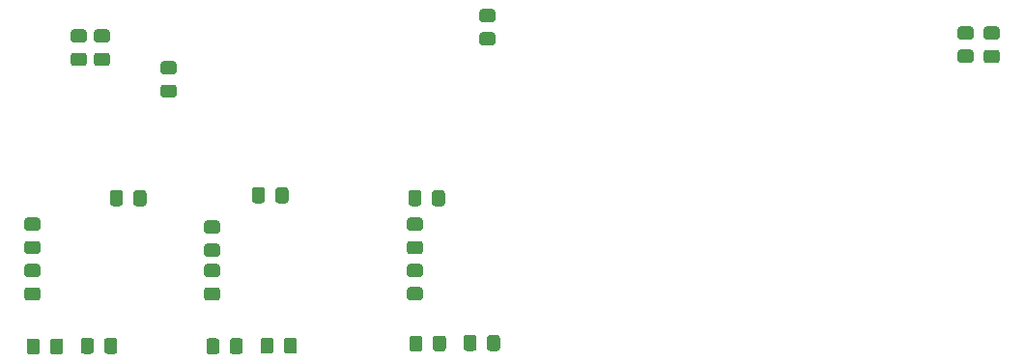
<source format=gbr>
%TF.GenerationSoftware,KiCad,Pcbnew,(5.1.6)-1*%
%TF.CreationDate,2020-10-03T16:08:42+08:00*%
%TF.ProjectId,odometer_project,6f646f6d-6574-4657-925f-70726f6a6563,rev?*%
%TF.SameCoordinates,Original*%
%TF.FileFunction,Paste,Top*%
%TF.FilePolarity,Positive*%
%FSLAX46Y46*%
G04 Gerber Fmt 4.6, Leading zero omitted, Abs format (unit mm)*
G04 Created by KiCad (PCBNEW (5.1.6)-1) date 2020-10-03 16:08:42*
%MOMM*%
%LPD*%
G01*
G04 APERTURE LIST*
G04 APERTURE END LIST*
%TO.C,R12*%
G36*
G01*
X191458001Y-125289000D02*
X190557999Y-125289000D01*
G75*
G02*
X190308000Y-125039001I0J249999D01*
G01*
X190308000Y-124388999D01*
G75*
G02*
X190557999Y-124139000I249999J0D01*
G01*
X191458001Y-124139000D01*
G75*
G02*
X191708000Y-124388999I0J-249999D01*
G01*
X191708000Y-125039001D01*
G75*
G02*
X191458001Y-125289000I-249999J0D01*
G01*
G37*
G36*
G01*
X191458001Y-127339000D02*
X190557999Y-127339000D01*
G75*
G02*
X190308000Y-127089001I0J249999D01*
G01*
X190308000Y-126438999D01*
G75*
G02*
X190557999Y-126189000I249999J0D01*
G01*
X191458001Y-126189000D01*
G75*
G02*
X191708000Y-126438999I0J-249999D01*
G01*
X191708000Y-127089001D01*
G75*
G02*
X191458001Y-127339000I-249999J0D01*
G01*
G37*
%TD*%
%TO.C,R11*%
G36*
G01*
X267150001Y-125017000D02*
X266249999Y-125017000D01*
G75*
G02*
X266000000Y-124767001I0J249999D01*
G01*
X266000000Y-124116999D01*
G75*
G02*
X266249999Y-123867000I249999J0D01*
G01*
X267150001Y-123867000D01*
G75*
G02*
X267400000Y-124116999I0J-249999D01*
G01*
X267400000Y-124767001D01*
G75*
G02*
X267150001Y-125017000I-249999J0D01*
G01*
G37*
G36*
G01*
X267150001Y-127067000D02*
X266249999Y-127067000D01*
G75*
G02*
X266000000Y-126817001I0J249999D01*
G01*
X266000000Y-126166999D01*
G75*
G02*
X266249999Y-125917000I249999J0D01*
G01*
X267150001Y-125917000D01*
G75*
G02*
X267400000Y-126166999I0J-249999D01*
G01*
X267400000Y-126817001D01*
G75*
G02*
X267150001Y-127067000I-249999J0D01*
G01*
G37*
%TD*%
%TO.C,D5*%
G36*
G01*
X189426001Y-125289000D02*
X188525999Y-125289000D01*
G75*
G02*
X188276000Y-125039001I0J249999D01*
G01*
X188276000Y-124388999D01*
G75*
G02*
X188525999Y-124139000I249999J0D01*
G01*
X189426001Y-124139000D01*
G75*
G02*
X189676000Y-124388999I0J-249999D01*
G01*
X189676000Y-125039001D01*
G75*
G02*
X189426001Y-125289000I-249999J0D01*
G01*
G37*
G36*
G01*
X189426001Y-127339000D02*
X188525999Y-127339000D01*
G75*
G02*
X188276000Y-127089001I0J249999D01*
G01*
X188276000Y-126438999D01*
G75*
G02*
X188525999Y-126189000I249999J0D01*
G01*
X189426001Y-126189000D01*
G75*
G02*
X189676000Y-126438999I0J-249999D01*
G01*
X189676000Y-127089001D01*
G75*
G02*
X189426001Y-127339000I-249999J0D01*
G01*
G37*
%TD*%
%TO.C,D4*%
G36*
G01*
X269436001Y-125035000D02*
X268535999Y-125035000D01*
G75*
G02*
X268286000Y-124785001I0J249999D01*
G01*
X268286000Y-124134999D01*
G75*
G02*
X268535999Y-123885000I249999J0D01*
G01*
X269436001Y-123885000D01*
G75*
G02*
X269686000Y-124134999I0J-249999D01*
G01*
X269686000Y-124785001D01*
G75*
G02*
X269436001Y-125035000I-249999J0D01*
G01*
G37*
G36*
G01*
X269436001Y-127085000D02*
X268535999Y-127085000D01*
G75*
G02*
X268286000Y-126835001I0J249999D01*
G01*
X268286000Y-126184999D01*
G75*
G02*
X268535999Y-125935000I249999J0D01*
G01*
X269436001Y-125935000D01*
G75*
G02*
X269686000Y-126184999I0J-249999D01*
G01*
X269686000Y-126835001D01*
G75*
G02*
X269436001Y-127085000I-249999J0D01*
G01*
G37*
%TD*%
%TO.C,R10*%
G36*
G01*
X219099000Y-151232999D02*
X219099000Y-152133001D01*
G75*
G02*
X218849001Y-152383000I-249999J0D01*
G01*
X218198999Y-152383000D01*
G75*
G02*
X217949000Y-152133001I0J249999D01*
G01*
X217949000Y-151232999D01*
G75*
G02*
X218198999Y-150983000I249999J0D01*
G01*
X218849001Y-150983000D01*
G75*
G02*
X219099000Y-151232999I0J-249999D01*
G01*
G37*
G36*
G01*
X221149000Y-151232999D02*
X221149000Y-152133001D01*
G75*
G02*
X220899001Y-152383000I-249999J0D01*
G01*
X220248999Y-152383000D01*
G75*
G02*
X219999000Y-152133001I0J249999D01*
G01*
X219999000Y-151232999D01*
G75*
G02*
X220248999Y-150983000I249999J0D01*
G01*
X220899001Y-150983000D01*
G75*
G02*
X221149000Y-151232999I0J-249999D01*
G01*
G37*
%TD*%
%TO.C,R9*%
G36*
G01*
X201307000Y-151476999D02*
X201307000Y-152377001D01*
G75*
G02*
X201057001Y-152627000I-249999J0D01*
G01*
X200406999Y-152627000D01*
G75*
G02*
X200157000Y-152377001I0J249999D01*
G01*
X200157000Y-151476999D01*
G75*
G02*
X200406999Y-151227000I249999J0D01*
G01*
X201057001Y-151227000D01*
G75*
G02*
X201307000Y-151476999I0J-249999D01*
G01*
G37*
G36*
G01*
X203357000Y-151476999D02*
X203357000Y-152377001D01*
G75*
G02*
X203107001Y-152627000I-249999J0D01*
G01*
X202456999Y-152627000D01*
G75*
G02*
X202207000Y-152377001I0J249999D01*
G01*
X202207000Y-151476999D01*
G75*
G02*
X202456999Y-151227000I249999J0D01*
G01*
X203107001Y-151227000D01*
G75*
G02*
X203357000Y-151476999I0J-249999D01*
G01*
G37*
%TD*%
%TO.C,R8*%
G36*
G01*
X185559000Y-151486999D02*
X185559000Y-152387001D01*
G75*
G02*
X185309001Y-152637000I-249999J0D01*
G01*
X184658999Y-152637000D01*
G75*
G02*
X184409000Y-152387001I0J249999D01*
G01*
X184409000Y-151486999D01*
G75*
G02*
X184658999Y-151237000I249999J0D01*
G01*
X185309001Y-151237000D01*
G75*
G02*
X185559000Y-151486999I0J-249999D01*
G01*
G37*
G36*
G01*
X187609000Y-151486999D02*
X187609000Y-152387001D01*
G75*
G02*
X187359001Y-152637000I-249999J0D01*
G01*
X186708999Y-152637000D01*
G75*
G02*
X186459000Y-152387001I0J249999D01*
G01*
X186459000Y-151486999D01*
G75*
G02*
X186708999Y-151237000I249999J0D01*
G01*
X187359001Y-151237000D01*
G75*
G02*
X187609000Y-151486999I0J-249999D01*
G01*
G37*
%TD*%
%TO.C,D3*%
G36*
G01*
X223844000Y-151187999D02*
X223844000Y-152088001D01*
G75*
G02*
X223594001Y-152338000I-249999J0D01*
G01*
X222943999Y-152338000D01*
G75*
G02*
X222694000Y-152088001I0J249999D01*
G01*
X222694000Y-151187999D01*
G75*
G02*
X222943999Y-150938000I249999J0D01*
G01*
X223594001Y-150938000D01*
G75*
G02*
X223844000Y-151187999I0J-249999D01*
G01*
G37*
G36*
G01*
X225894000Y-151187999D02*
X225894000Y-152088001D01*
G75*
G02*
X225644001Y-152338000I-249999J0D01*
G01*
X224993999Y-152338000D01*
G75*
G02*
X224744000Y-152088001I0J249999D01*
G01*
X224744000Y-151187999D01*
G75*
G02*
X224993999Y-150938000I249999J0D01*
G01*
X225644001Y-150938000D01*
G75*
G02*
X225894000Y-151187999I0J-249999D01*
G01*
G37*
%TD*%
%TO.C,D2*%
G36*
G01*
X206052000Y-151431999D02*
X206052000Y-152332001D01*
G75*
G02*
X205802001Y-152582000I-249999J0D01*
G01*
X205151999Y-152582000D01*
G75*
G02*
X204902000Y-152332001I0J249999D01*
G01*
X204902000Y-151431999D01*
G75*
G02*
X205151999Y-151182000I249999J0D01*
G01*
X205802001Y-151182000D01*
G75*
G02*
X206052000Y-151431999I0J-249999D01*
G01*
G37*
G36*
G01*
X208102000Y-151431999D02*
X208102000Y-152332001D01*
G75*
G02*
X207852001Y-152582000I-249999J0D01*
G01*
X207201999Y-152582000D01*
G75*
G02*
X206952000Y-152332001I0J249999D01*
G01*
X206952000Y-151431999D01*
G75*
G02*
X207201999Y-151182000I249999J0D01*
G01*
X207852001Y-151182000D01*
G75*
G02*
X208102000Y-151431999I0J-249999D01*
G01*
G37*
%TD*%
%TO.C,D1*%
G36*
G01*
X190304000Y-151441999D02*
X190304000Y-152342001D01*
G75*
G02*
X190054001Y-152592000I-249999J0D01*
G01*
X189403999Y-152592000D01*
G75*
G02*
X189154000Y-152342001I0J249999D01*
G01*
X189154000Y-151441999D01*
G75*
G02*
X189403999Y-151192000I249999J0D01*
G01*
X190054001Y-151192000D01*
G75*
G02*
X190304000Y-151441999I0J-249999D01*
G01*
G37*
G36*
G01*
X192354000Y-151441999D02*
X192354000Y-152342001D01*
G75*
G02*
X192104001Y-152592000I-249999J0D01*
G01*
X191453999Y-152592000D01*
G75*
G02*
X191204000Y-152342001I0J249999D01*
G01*
X191204000Y-151441999D01*
G75*
G02*
X191453999Y-151192000I249999J0D01*
G01*
X192104001Y-151192000D01*
G75*
G02*
X192354000Y-151441999I0J-249999D01*
G01*
G37*
%TD*%
%TO.C,R3*%
G36*
G01*
X225240001Y-123493000D02*
X224339999Y-123493000D01*
G75*
G02*
X224090000Y-123243001I0J249999D01*
G01*
X224090000Y-122592999D01*
G75*
G02*
X224339999Y-122343000I249999J0D01*
G01*
X225240001Y-122343000D01*
G75*
G02*
X225490000Y-122592999I0J-249999D01*
G01*
X225490000Y-123243001D01*
G75*
G02*
X225240001Y-123493000I-249999J0D01*
G01*
G37*
G36*
G01*
X225240001Y-125543000D02*
X224339999Y-125543000D01*
G75*
G02*
X224090000Y-125293001I0J249999D01*
G01*
X224090000Y-124642999D01*
G75*
G02*
X224339999Y-124393000I249999J0D01*
G01*
X225240001Y-124393000D01*
G75*
G02*
X225490000Y-124642999I0J-249999D01*
G01*
X225490000Y-125293001D01*
G75*
G02*
X225240001Y-125543000I-249999J0D01*
G01*
G37*
%TD*%
%TO.C,C1*%
G36*
G01*
X196399999Y-128974000D02*
X197300001Y-128974000D01*
G75*
G02*
X197550000Y-129223999I0J-249999D01*
G01*
X197550000Y-129874001D01*
G75*
G02*
X197300001Y-130124000I-249999J0D01*
G01*
X196399999Y-130124000D01*
G75*
G02*
X196150000Y-129874001I0J249999D01*
G01*
X196150000Y-129223999D01*
G75*
G02*
X196399999Y-128974000I249999J0D01*
G01*
G37*
G36*
G01*
X196399999Y-126924000D02*
X197300001Y-126924000D01*
G75*
G02*
X197550000Y-127173999I0J-249999D01*
G01*
X197550000Y-127824001D01*
G75*
G02*
X197300001Y-128074000I-249999J0D01*
G01*
X196399999Y-128074000D01*
G75*
G02*
X196150000Y-127824001I0J249999D01*
G01*
X196150000Y-127173999D01*
G75*
G02*
X196399999Y-126924000I249999J0D01*
G01*
G37*
%TD*%
%TO.C,R7*%
G36*
G01*
X218890001Y-141799000D02*
X217989999Y-141799000D01*
G75*
G02*
X217740000Y-141549001I0J249999D01*
G01*
X217740000Y-140898999D01*
G75*
G02*
X217989999Y-140649000I249999J0D01*
G01*
X218890001Y-140649000D01*
G75*
G02*
X219140000Y-140898999I0J-249999D01*
G01*
X219140000Y-141549001D01*
G75*
G02*
X218890001Y-141799000I-249999J0D01*
G01*
G37*
G36*
G01*
X218890001Y-143849000D02*
X217989999Y-143849000D01*
G75*
G02*
X217740000Y-143599001I0J249999D01*
G01*
X217740000Y-142948999D01*
G75*
G02*
X217989999Y-142699000I249999J0D01*
G01*
X218890001Y-142699000D01*
G75*
G02*
X219140000Y-142948999I0J-249999D01*
G01*
X219140000Y-143599001D01*
G75*
G02*
X218890001Y-143849000I-249999J0D01*
G01*
G37*
%TD*%
%TO.C,R6*%
G36*
G01*
X218890001Y-145845000D02*
X217989999Y-145845000D01*
G75*
G02*
X217740000Y-145595001I0J249999D01*
G01*
X217740000Y-144944999D01*
G75*
G02*
X217989999Y-144695000I249999J0D01*
G01*
X218890001Y-144695000D01*
G75*
G02*
X219140000Y-144944999I0J-249999D01*
G01*
X219140000Y-145595001D01*
G75*
G02*
X218890001Y-145845000I-249999J0D01*
G01*
G37*
G36*
G01*
X218890001Y-147895000D02*
X217989999Y-147895000D01*
G75*
G02*
X217740000Y-147645001I0J249999D01*
G01*
X217740000Y-146994999D01*
G75*
G02*
X217989999Y-146745000I249999J0D01*
G01*
X218890001Y-146745000D01*
G75*
G02*
X219140000Y-146994999I0J-249999D01*
G01*
X219140000Y-147645001D01*
G75*
G02*
X218890001Y-147895000I-249999J0D01*
G01*
G37*
%TD*%
%TO.C,R5*%
G36*
G01*
X201110001Y-142035000D02*
X200209999Y-142035000D01*
G75*
G02*
X199960000Y-141785001I0J249999D01*
G01*
X199960000Y-141134999D01*
G75*
G02*
X200209999Y-140885000I249999J0D01*
G01*
X201110001Y-140885000D01*
G75*
G02*
X201360000Y-141134999I0J-249999D01*
G01*
X201360000Y-141785001D01*
G75*
G02*
X201110001Y-142035000I-249999J0D01*
G01*
G37*
G36*
G01*
X201110001Y-144085000D02*
X200209999Y-144085000D01*
G75*
G02*
X199960000Y-143835001I0J249999D01*
G01*
X199960000Y-143184999D01*
G75*
G02*
X200209999Y-142935000I249999J0D01*
G01*
X201110001Y-142935000D01*
G75*
G02*
X201360000Y-143184999I0J-249999D01*
G01*
X201360000Y-143835001D01*
G75*
G02*
X201110001Y-144085000I-249999J0D01*
G01*
G37*
%TD*%
%TO.C,R4*%
G36*
G01*
X201110001Y-145863000D02*
X200209999Y-145863000D01*
G75*
G02*
X199960000Y-145613001I0J249999D01*
G01*
X199960000Y-144962999D01*
G75*
G02*
X200209999Y-144713000I249999J0D01*
G01*
X201110001Y-144713000D01*
G75*
G02*
X201360000Y-144962999I0J-249999D01*
G01*
X201360000Y-145613001D01*
G75*
G02*
X201110001Y-145863000I-249999J0D01*
G01*
G37*
G36*
G01*
X201110001Y-147913000D02*
X200209999Y-147913000D01*
G75*
G02*
X199960000Y-147663001I0J249999D01*
G01*
X199960000Y-147012999D01*
G75*
G02*
X200209999Y-146763000I249999J0D01*
G01*
X201110001Y-146763000D01*
G75*
G02*
X201360000Y-147012999I0J-249999D01*
G01*
X201360000Y-147663001D01*
G75*
G02*
X201110001Y-147913000I-249999J0D01*
G01*
G37*
%TD*%
%TO.C,R2*%
G36*
G01*
X185362001Y-141790000D02*
X184461999Y-141790000D01*
G75*
G02*
X184212000Y-141540001I0J249999D01*
G01*
X184212000Y-140889999D01*
G75*
G02*
X184461999Y-140640000I249999J0D01*
G01*
X185362001Y-140640000D01*
G75*
G02*
X185612000Y-140889999I0J-249999D01*
G01*
X185612000Y-141540001D01*
G75*
G02*
X185362001Y-141790000I-249999J0D01*
G01*
G37*
G36*
G01*
X185362001Y-143840000D02*
X184461999Y-143840000D01*
G75*
G02*
X184212000Y-143590001I0J249999D01*
G01*
X184212000Y-142939999D01*
G75*
G02*
X184461999Y-142690000I249999J0D01*
G01*
X185362001Y-142690000D01*
G75*
G02*
X185612000Y-142939999I0J-249999D01*
G01*
X185612000Y-143590001D01*
G75*
G02*
X185362001Y-143840000I-249999J0D01*
G01*
G37*
%TD*%
%TO.C,R1*%
G36*
G01*
X185362001Y-145863000D02*
X184461999Y-145863000D01*
G75*
G02*
X184212000Y-145613001I0J249999D01*
G01*
X184212000Y-144962999D01*
G75*
G02*
X184461999Y-144713000I249999J0D01*
G01*
X185362001Y-144713000D01*
G75*
G02*
X185612000Y-144962999I0J-249999D01*
G01*
X185612000Y-145613001D01*
G75*
G02*
X185362001Y-145863000I-249999J0D01*
G01*
G37*
G36*
G01*
X185362001Y-147913000D02*
X184461999Y-147913000D01*
G75*
G02*
X184212000Y-147663001I0J249999D01*
G01*
X184212000Y-147012999D01*
G75*
G02*
X184461999Y-146763000I249999J0D01*
G01*
X185362001Y-146763000D01*
G75*
G02*
X185612000Y-147012999I0J-249999D01*
G01*
X185612000Y-147663001D01*
G75*
G02*
X185362001Y-147913000I-249999J0D01*
G01*
G37*
%TD*%
%TO.C,C4*%
G36*
G01*
X219915000Y-139388001D02*
X219915000Y-138487999D01*
G75*
G02*
X220164999Y-138238000I249999J0D01*
G01*
X220815001Y-138238000D01*
G75*
G02*
X221065000Y-138487999I0J-249999D01*
G01*
X221065000Y-139388001D01*
G75*
G02*
X220815001Y-139638000I-249999J0D01*
G01*
X220164999Y-139638000D01*
G75*
G02*
X219915000Y-139388001I0J249999D01*
G01*
G37*
G36*
G01*
X217865000Y-139388001D02*
X217865000Y-138487999D01*
G75*
G02*
X218114999Y-138238000I249999J0D01*
G01*
X218765001Y-138238000D01*
G75*
G02*
X219015000Y-138487999I0J-249999D01*
G01*
X219015000Y-139388001D01*
G75*
G02*
X218765001Y-139638000I-249999J0D01*
G01*
X218114999Y-139638000D01*
G75*
G02*
X217865000Y-139388001I0J249999D01*
G01*
G37*
%TD*%
%TO.C,C3*%
G36*
G01*
X206199000Y-139134001D02*
X206199000Y-138233999D01*
G75*
G02*
X206448999Y-137984000I249999J0D01*
G01*
X207099001Y-137984000D01*
G75*
G02*
X207349000Y-138233999I0J-249999D01*
G01*
X207349000Y-139134001D01*
G75*
G02*
X207099001Y-139384000I-249999J0D01*
G01*
X206448999Y-139384000D01*
G75*
G02*
X206199000Y-139134001I0J249999D01*
G01*
G37*
G36*
G01*
X204149000Y-139134001D02*
X204149000Y-138233999D01*
G75*
G02*
X204398999Y-137984000I249999J0D01*
G01*
X205049001Y-137984000D01*
G75*
G02*
X205299000Y-138233999I0J-249999D01*
G01*
X205299000Y-139134001D01*
G75*
G02*
X205049001Y-139384000I-249999J0D01*
G01*
X204398999Y-139384000D01*
G75*
G02*
X204149000Y-139134001I0J249999D01*
G01*
G37*
%TD*%
%TO.C,C2*%
G36*
G01*
X193753000Y-139388001D02*
X193753000Y-138487999D01*
G75*
G02*
X194002999Y-138238000I249999J0D01*
G01*
X194653001Y-138238000D01*
G75*
G02*
X194903000Y-138487999I0J-249999D01*
G01*
X194903000Y-139388001D01*
G75*
G02*
X194653001Y-139638000I-249999J0D01*
G01*
X194002999Y-139638000D01*
G75*
G02*
X193753000Y-139388001I0J249999D01*
G01*
G37*
G36*
G01*
X191703000Y-139388001D02*
X191703000Y-138487999D01*
G75*
G02*
X191952999Y-138238000I249999J0D01*
G01*
X192603001Y-138238000D01*
G75*
G02*
X192853000Y-138487999I0J-249999D01*
G01*
X192853000Y-139388001D01*
G75*
G02*
X192603001Y-139638000I-249999J0D01*
G01*
X191952999Y-139638000D01*
G75*
G02*
X191703000Y-139388001I0J249999D01*
G01*
G37*
%TD*%
M02*

</source>
